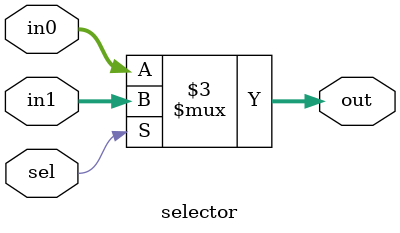
<source format=v>
module selector(sel,in0,in1,out);

	input sel;
	input [7:0]in0,in1;
	output [7:0]out;
	reg [7:0]out;

	always @(in0 or in1 or sel) begin
		if(sel) out=in1;
		else out=in0;
	end
endmodule

</source>
